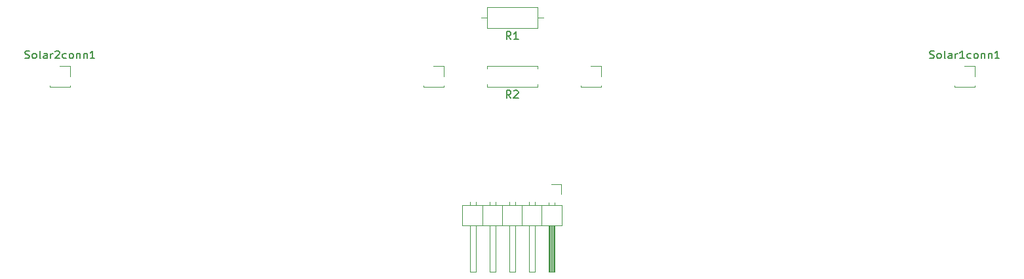
<source format=gbr>
%TF.GenerationSoftware,KiCad,Pcbnew,(6.0.5)*%
%TF.CreationDate,2022-08-02T20:44:44+02:00*%
%TF.ProjectId,Solar,536f6c61-722e-46b6-9963-61645f706362,rev?*%
%TF.SameCoordinates,Original*%
%TF.FileFunction,Legend,Top*%
%TF.FilePolarity,Positive*%
%FSLAX46Y46*%
G04 Gerber Fmt 4.6, Leading zero omitted, Abs format (unit mm)*
G04 Created by KiCad (PCBNEW (6.0.5)) date 2022-08-02 20:44:44*
%MOMM*%
%LPD*%
G01*
G04 APERTURE LIST*
%ADD10C,0.150000*%
%ADD11C,0.120000*%
G04 APERTURE END LIST*
D10*
%TO.C,Solar1conn1*%
X198700000Y-101774761D02*
X198842857Y-101822380D01*
X199080952Y-101822380D01*
X199176190Y-101774761D01*
X199223809Y-101727142D01*
X199271428Y-101631904D01*
X199271428Y-101536666D01*
X199223809Y-101441428D01*
X199176190Y-101393809D01*
X199080952Y-101346190D01*
X198890476Y-101298571D01*
X198795238Y-101250952D01*
X198747619Y-101203333D01*
X198700000Y-101108095D01*
X198700000Y-101012857D01*
X198747619Y-100917619D01*
X198795238Y-100870000D01*
X198890476Y-100822380D01*
X199128571Y-100822380D01*
X199271428Y-100870000D01*
X199842857Y-101822380D02*
X199747619Y-101774761D01*
X199700000Y-101727142D01*
X199652380Y-101631904D01*
X199652380Y-101346190D01*
X199700000Y-101250952D01*
X199747619Y-101203333D01*
X199842857Y-101155714D01*
X199985714Y-101155714D01*
X200080952Y-101203333D01*
X200128571Y-101250952D01*
X200176190Y-101346190D01*
X200176190Y-101631904D01*
X200128571Y-101727142D01*
X200080952Y-101774761D01*
X199985714Y-101822380D01*
X199842857Y-101822380D01*
X200747619Y-101822380D02*
X200652380Y-101774761D01*
X200604761Y-101679523D01*
X200604761Y-100822380D01*
X201557142Y-101822380D02*
X201557142Y-101298571D01*
X201509523Y-101203333D01*
X201414285Y-101155714D01*
X201223809Y-101155714D01*
X201128571Y-101203333D01*
X201557142Y-101774761D02*
X201461904Y-101822380D01*
X201223809Y-101822380D01*
X201128571Y-101774761D01*
X201080952Y-101679523D01*
X201080952Y-101584285D01*
X201128571Y-101489047D01*
X201223809Y-101441428D01*
X201461904Y-101441428D01*
X201557142Y-101393809D01*
X202033333Y-101822380D02*
X202033333Y-101155714D01*
X202033333Y-101346190D02*
X202080952Y-101250952D01*
X202128571Y-101203333D01*
X202223809Y-101155714D01*
X202319047Y-101155714D01*
X203176190Y-101822380D02*
X202604761Y-101822380D01*
X202890476Y-101822380D02*
X202890476Y-100822380D01*
X202795238Y-100965238D01*
X202700000Y-101060476D01*
X202604761Y-101108095D01*
X204033333Y-101774761D02*
X203938095Y-101822380D01*
X203747619Y-101822380D01*
X203652380Y-101774761D01*
X203604761Y-101727142D01*
X203557142Y-101631904D01*
X203557142Y-101346190D01*
X203604761Y-101250952D01*
X203652380Y-101203333D01*
X203747619Y-101155714D01*
X203938095Y-101155714D01*
X204033333Y-101203333D01*
X204604761Y-101822380D02*
X204509523Y-101774761D01*
X204461904Y-101727142D01*
X204414285Y-101631904D01*
X204414285Y-101346190D01*
X204461904Y-101250952D01*
X204509523Y-101203333D01*
X204604761Y-101155714D01*
X204747619Y-101155714D01*
X204842857Y-101203333D01*
X204890476Y-101250952D01*
X204938095Y-101346190D01*
X204938095Y-101631904D01*
X204890476Y-101727142D01*
X204842857Y-101774761D01*
X204747619Y-101822380D01*
X204604761Y-101822380D01*
X205366666Y-101155714D02*
X205366666Y-101822380D01*
X205366666Y-101250952D02*
X205414285Y-101203333D01*
X205509523Y-101155714D01*
X205652380Y-101155714D01*
X205747619Y-101203333D01*
X205795238Y-101298571D01*
X205795238Y-101822380D01*
X206271428Y-101155714D02*
X206271428Y-101822380D01*
X206271428Y-101250952D02*
X206319047Y-101203333D01*
X206414285Y-101155714D01*
X206557142Y-101155714D01*
X206652380Y-101203333D01*
X206700000Y-101298571D01*
X206700000Y-101822380D01*
X207700000Y-101822380D02*
X207128571Y-101822380D01*
X207414285Y-101822380D02*
X207414285Y-100822380D01*
X207319047Y-100965238D01*
X207223809Y-101060476D01*
X207128571Y-101108095D01*
%TO.C,R1*%
X144613333Y-99342380D02*
X144280000Y-98866190D01*
X144041904Y-99342380D02*
X144041904Y-98342380D01*
X144422857Y-98342380D01*
X144518095Y-98390000D01*
X144565714Y-98437619D01*
X144613333Y-98532857D01*
X144613333Y-98675714D01*
X144565714Y-98770952D01*
X144518095Y-98818571D01*
X144422857Y-98866190D01*
X144041904Y-98866190D01*
X145565714Y-99342380D02*
X144994285Y-99342380D01*
X145280000Y-99342380D02*
X145280000Y-98342380D01*
X145184761Y-98485238D01*
X145089523Y-98580476D01*
X144994285Y-98628095D01*
%TO.C,Solar2conn1*%
X81860000Y-101774761D02*
X82002857Y-101822380D01*
X82240952Y-101822380D01*
X82336190Y-101774761D01*
X82383809Y-101727142D01*
X82431428Y-101631904D01*
X82431428Y-101536666D01*
X82383809Y-101441428D01*
X82336190Y-101393809D01*
X82240952Y-101346190D01*
X82050476Y-101298571D01*
X81955238Y-101250952D01*
X81907619Y-101203333D01*
X81860000Y-101108095D01*
X81860000Y-101012857D01*
X81907619Y-100917619D01*
X81955238Y-100870000D01*
X82050476Y-100822380D01*
X82288571Y-100822380D01*
X82431428Y-100870000D01*
X83002857Y-101822380D02*
X82907619Y-101774761D01*
X82860000Y-101727142D01*
X82812380Y-101631904D01*
X82812380Y-101346190D01*
X82860000Y-101250952D01*
X82907619Y-101203333D01*
X83002857Y-101155714D01*
X83145714Y-101155714D01*
X83240952Y-101203333D01*
X83288571Y-101250952D01*
X83336190Y-101346190D01*
X83336190Y-101631904D01*
X83288571Y-101727142D01*
X83240952Y-101774761D01*
X83145714Y-101822380D01*
X83002857Y-101822380D01*
X83907619Y-101822380D02*
X83812380Y-101774761D01*
X83764761Y-101679523D01*
X83764761Y-100822380D01*
X84717142Y-101822380D02*
X84717142Y-101298571D01*
X84669523Y-101203333D01*
X84574285Y-101155714D01*
X84383809Y-101155714D01*
X84288571Y-101203333D01*
X84717142Y-101774761D02*
X84621904Y-101822380D01*
X84383809Y-101822380D01*
X84288571Y-101774761D01*
X84240952Y-101679523D01*
X84240952Y-101584285D01*
X84288571Y-101489047D01*
X84383809Y-101441428D01*
X84621904Y-101441428D01*
X84717142Y-101393809D01*
X85193333Y-101822380D02*
X85193333Y-101155714D01*
X85193333Y-101346190D02*
X85240952Y-101250952D01*
X85288571Y-101203333D01*
X85383809Y-101155714D01*
X85479047Y-101155714D01*
X85764761Y-100917619D02*
X85812380Y-100870000D01*
X85907619Y-100822380D01*
X86145714Y-100822380D01*
X86240952Y-100870000D01*
X86288571Y-100917619D01*
X86336190Y-101012857D01*
X86336190Y-101108095D01*
X86288571Y-101250952D01*
X85717142Y-101822380D01*
X86336190Y-101822380D01*
X87193333Y-101774761D02*
X87098095Y-101822380D01*
X86907619Y-101822380D01*
X86812380Y-101774761D01*
X86764761Y-101727142D01*
X86717142Y-101631904D01*
X86717142Y-101346190D01*
X86764761Y-101250952D01*
X86812380Y-101203333D01*
X86907619Y-101155714D01*
X87098095Y-101155714D01*
X87193333Y-101203333D01*
X87764761Y-101822380D02*
X87669523Y-101774761D01*
X87621904Y-101727142D01*
X87574285Y-101631904D01*
X87574285Y-101346190D01*
X87621904Y-101250952D01*
X87669523Y-101203333D01*
X87764761Y-101155714D01*
X87907619Y-101155714D01*
X88002857Y-101203333D01*
X88050476Y-101250952D01*
X88098095Y-101346190D01*
X88098095Y-101631904D01*
X88050476Y-101727142D01*
X88002857Y-101774761D01*
X87907619Y-101822380D01*
X87764761Y-101822380D01*
X88526666Y-101155714D02*
X88526666Y-101822380D01*
X88526666Y-101250952D02*
X88574285Y-101203333D01*
X88669523Y-101155714D01*
X88812380Y-101155714D01*
X88907619Y-101203333D01*
X88955238Y-101298571D01*
X88955238Y-101822380D01*
X89431428Y-101155714D02*
X89431428Y-101822380D01*
X89431428Y-101250952D02*
X89479047Y-101203333D01*
X89574285Y-101155714D01*
X89717142Y-101155714D01*
X89812380Y-101203333D01*
X89860000Y-101298571D01*
X89860000Y-101822380D01*
X90860000Y-101822380D02*
X90288571Y-101822380D01*
X90574285Y-101822380D02*
X90574285Y-100822380D01*
X90479047Y-100965238D01*
X90383809Y-101060476D01*
X90288571Y-101108095D01*
%TO.C,R2*%
X144613333Y-106962380D02*
X144280000Y-106486190D01*
X144041904Y-106962380D02*
X144041904Y-105962380D01*
X144422857Y-105962380D01*
X144518095Y-106010000D01*
X144565714Y-106057619D01*
X144613333Y-106152857D01*
X144613333Y-106295714D01*
X144565714Y-106390952D01*
X144518095Y-106438571D01*
X144422857Y-106486190D01*
X144041904Y-106486190D01*
X144994285Y-106057619D02*
X145041904Y-106010000D01*
X145137142Y-105962380D01*
X145375238Y-105962380D01*
X145470476Y-106010000D01*
X145518095Y-106057619D01*
X145565714Y-106152857D01*
X145565714Y-106248095D01*
X145518095Y-106390952D01*
X144946666Y-106962380D01*
X145565714Y-106962380D01*
D11*
%TO.C,Solar1conn1*%
X201870000Y-105470000D02*
X204530000Y-105470000D01*
X204530000Y-102810000D02*
X204530000Y-104140000D01*
X203200000Y-102810000D02*
X204530000Y-102810000D01*
X204530000Y-105350000D02*
X204530000Y-105470000D01*
X201870000Y-105350000D02*
X201870000Y-105470000D01*
%TO.C,SolarPanelConnector1*%
X149695000Y-123480000D02*
X149695000Y-129480000D01*
X140075000Y-129480000D02*
X139315000Y-129480000D01*
X146935000Y-129480000D02*
X146935000Y-123480000D01*
X148585000Y-120820000D02*
X148585000Y-123480000D01*
X141855000Y-129480000D02*
X141855000Y-123480000D01*
X142615000Y-129480000D02*
X141855000Y-129480000D01*
X140075000Y-123480000D02*
X140075000Y-129480000D01*
X149815000Y-123480000D02*
X149815000Y-129480000D01*
X139315000Y-120422929D02*
X139315000Y-120820000D01*
X138365000Y-120820000D02*
X138365000Y-123480000D01*
X149475000Y-120490000D02*
X149475000Y-120820000D01*
X140965000Y-120820000D02*
X140965000Y-123480000D01*
X140075000Y-120422929D02*
X140075000Y-120820000D01*
X142615000Y-120422929D02*
X142615000Y-120820000D01*
X149855000Y-118110000D02*
X151125000Y-118110000D01*
X144395000Y-120422929D02*
X144395000Y-120820000D01*
X150235000Y-120490000D02*
X150235000Y-120820000D01*
X151185000Y-123480000D02*
X151185000Y-120820000D01*
X150235000Y-123480000D02*
X150235000Y-129480000D01*
X146045000Y-120820000D02*
X146045000Y-123480000D01*
X150175000Y-123480000D02*
X150175000Y-129480000D01*
X147695000Y-129480000D02*
X146935000Y-129480000D01*
X147695000Y-120422929D02*
X147695000Y-120820000D01*
X147695000Y-123480000D02*
X147695000Y-129480000D01*
X150055000Y-123480000D02*
X150055000Y-129480000D01*
X141855000Y-120422929D02*
X141855000Y-120820000D01*
X151125000Y-118110000D02*
X151125000Y-119380000D01*
X146935000Y-120422929D02*
X146935000Y-120820000D01*
X149575000Y-123480000D02*
X149575000Y-129480000D01*
X145155000Y-123480000D02*
X145155000Y-129480000D01*
X145155000Y-120422929D02*
X145155000Y-120820000D01*
X142615000Y-123480000D02*
X142615000Y-129480000D01*
X138365000Y-123480000D02*
X151185000Y-123480000D01*
X150235000Y-129480000D02*
X149475000Y-129480000D01*
X149475000Y-129480000D02*
X149475000Y-123480000D01*
X145155000Y-129480000D02*
X144395000Y-129480000D01*
X151185000Y-120820000D02*
X138365000Y-120820000D01*
X143505000Y-120820000D02*
X143505000Y-123480000D01*
X139315000Y-129480000D02*
X139315000Y-123480000D01*
X144395000Y-129480000D02*
X144395000Y-123480000D01*
X149935000Y-123480000D02*
X149935000Y-129480000D01*
%TO.C,SolarJoin1*%
X135950000Y-102810000D02*
X135950000Y-104140000D01*
X134620000Y-102810000D02*
X135950000Y-102810000D01*
X133290000Y-105470000D02*
X135950000Y-105470000D01*
X133290000Y-105350000D02*
X133290000Y-105470000D01*
X135950000Y-105350000D02*
X135950000Y-105470000D01*
%TO.C,R1*%
X148050000Y-97890000D02*
X148050000Y-95150000D01*
X141510000Y-97890000D02*
X148050000Y-97890000D01*
X148820000Y-96520000D02*
X148050000Y-96520000D01*
X148050000Y-95150000D02*
X141510000Y-95150000D01*
X140740000Y-96520000D02*
X141510000Y-96520000D01*
X141510000Y-95150000D02*
X141510000Y-97890000D01*
%TO.C,Solar2conn1*%
X87690000Y-102810000D02*
X87690000Y-104140000D01*
X87690000Y-105350000D02*
X87690000Y-105470000D01*
X86360000Y-102810000D02*
X87690000Y-102810000D01*
X85030000Y-105470000D02*
X87690000Y-105470000D01*
X85030000Y-105350000D02*
X85030000Y-105470000D01*
%TO.C,SolarJoin2*%
X153610000Y-105470000D02*
X156270000Y-105470000D01*
X154940000Y-102810000D02*
X156270000Y-102810000D01*
X153610000Y-105350000D02*
X153610000Y-105470000D01*
X156270000Y-102810000D02*
X156270000Y-104140000D01*
X156270000Y-105350000D02*
X156270000Y-105470000D01*
%TO.C,R2*%
X148050000Y-105180000D02*
X148050000Y-105510000D01*
X148050000Y-105510000D02*
X141510000Y-105510000D01*
X148050000Y-102770000D02*
X141510000Y-102770000D01*
X141510000Y-105510000D02*
X141510000Y-105180000D01*
X141510000Y-102770000D02*
X141510000Y-103100000D01*
X148050000Y-103100000D02*
X148050000Y-102770000D01*
%TD*%
M02*

</source>
